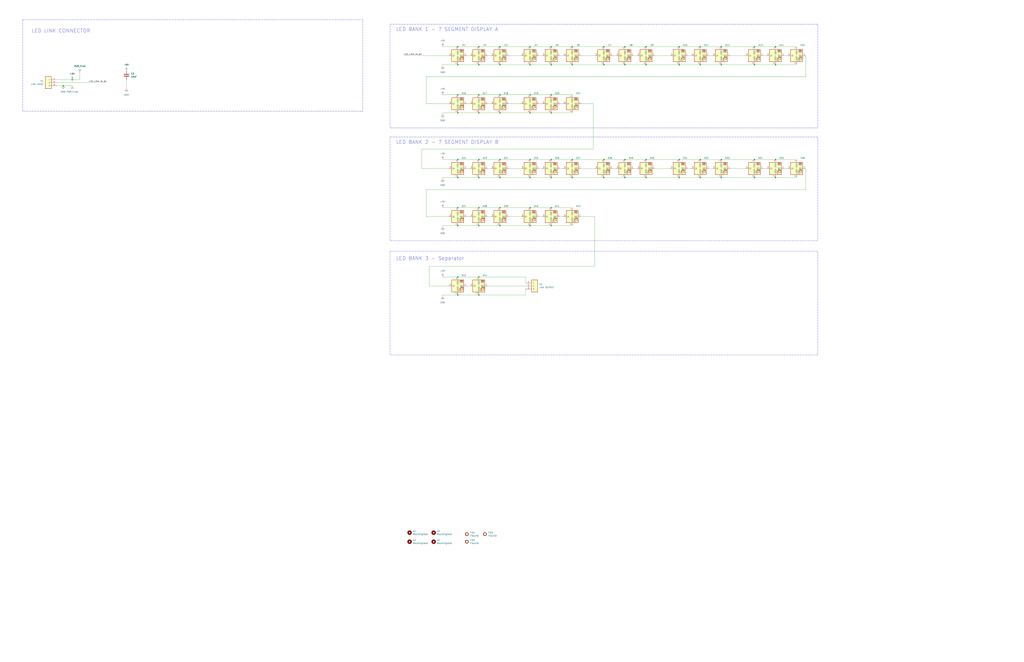
<source format=kicad_sch>
(kicad_sch (version 20231120) (generator "eeschema") (generator_version "8.0")
  (paper "D")
  (title_block (title "FUSE LED Board") (date "2023-10-18") (rev "2") (company "Michael Kohler"))
  (lib_symbols
    (symbol "0532610371:0532610371" (pin_names (offset 1.016))
      (property "Reference" "P" (at -2.5469 5.7304 0))
      (property "Value" "0532610371" (at -2.5455 -7.6364 0))
      (symbol "0532610371_0_0"
        (rectangle (start -2.54 -5.08) (end 2.54 5.08) (stroke (width 0.254)) (fill (type background)))
        (pin passive line (at -7.62 2.54 0) (length 5.08) (name "1") (number "1"))
        (pin passive line (at -7.62 0 0) (length 5.08) (name "2") (number "2"))
        (pin passive line (at -7.62 -2.54 0) (length 5.08) (name "3") (number "3"))
      )
    )
    (symbol "Device:C" (pin_numbers hide) (pin_names (offset 0.254))
      (property "Reference" "C" (at 0.635 2.54 0))
      (property "Value" "C" (at 0.635 -2.54 0))
      (symbol "C_0_1"
        (polyline (pts (xy -2.032 -0.762) (xy 2.032 -0.762)) (stroke (width 0.508)))
        (polyline (pts (xy -2.032 0.762) (xy 2.032 0.762)) (stroke (width 0.508)))
      )
      (symbol "C_1_1"
        (pin passive line (at 0 3.81 270) (length 2.794) (name "~") (number "1"))
        (pin passive line (at 0 -3.81 90) (length 2.794) (name "~") (number "2"))
      )
    )
    (symbol "LED:WS2812NanoMK"
      (property "Reference" "D" (at 6.604 6.858 0))
      (symbol "WS2812NanoMK_0_0"
        (text "RGB" (at 3.429 -1.397 0) (effects (font (size 0.762 0.762))))
      )
      (symbol "WS2812NanoMK_0_1"
        (polyline (pts (xy 1.016 -2.032) (xy 3.048 -2.032)))
        (polyline (pts (xy 4.445 -3.048) (xy 3.937 -3.048)))
        (polyline (pts (xy 4.445 -2.032) (xy 3.937 -2.032)))
        (polyline (pts (xy 2.032 -4.572) (xy 2.032 -2.032) (xy 2.032 -1.524)))
        (polyline (pts (xy 3.429 -4.064) (xy 4.445 -3.048) (xy 4.445 -3.556)))
        (polyline (pts (xy 3.429 -3.048) (xy 4.445 -2.032) (xy 4.445 -2.54)))
        (polyline (pts (xy 1.016 -4.064) (xy 3.048 -4.064) (xy 2.032 -2.032) (xy 1.016 -4.064)))
        (rectangle (start 5.08 -5.08) (end -5.08 5.08) (stroke (width 0.254)) (fill (type background)))
      )
      (symbol "WS2812NanoMK_1_1"
        (text "2020\nNANO" (at 3.048 3.81 0) (effects (font (size 0.7 0.7))))
        (pin output line (at 7.62 0 180) (length 2.54) (name "DO") (number "1"))
        (pin passive line (at 0 -7.62 90) (length 2.54) (name "GND") (number "2"))
        (pin input line (at -7.62 0 0) (length 2.54) (name "DI") (number "3"))
        (pin power_in line (at 0 7.62 270) (length 2.54) (name "VDD") (number "4"))
      )
    )
    (symbol "Mechanical:Fiducial"
      (property "Reference" "FID" (at 0 5.08 0))
      (property "Value" "Fiducial" (at 0 3.175 0))
      (symbol "Fiducial_0_1"
        (circle (center 0 0) (radius 1.27) (stroke (width 0.508)) (fill (type background)))
      )
    )
    (symbol "Mechanical:MountingHole" (pin_names (offset 1.016))
      (property "Reference" "H" (at 0 5.08 0))
      (property "Value" "MountingHole" (at 0 3.175 0))
      (symbol "MountingHole_0_1"
        (circle (center 0 0) (radius 1.27) (stroke (width 1.27)))
      )
    )
    (symbol "power:+5V" (power) (pin_names (offset 0))
      (property "Value" "+5V" (at 0 3.556 0))
      (symbol "+5V_0_1"
        (polyline (pts (xy -0.762 1.27) (xy 0 2.54)))
        (polyline (pts (xy 0 0) (xy 0 2.54)))
        (polyline (pts (xy 0 2.54) (xy 0.762 1.27)))
      )
      (symbol "+5V_1_1"
        (pin power_in line (at 0 0 90) (length 0) hide (name "+5V") (number "1"))
      )
    )
    (symbol "power:GND" (power) (pin_names (offset 0))
      (property "Value" "GND" (at 0 -3.81 0))
      (symbol "GND_0_1"
        (polyline (pts (xy 0 0) (xy 0 -1.27) (xy 1.27 -1.27) (xy 0 -2.54) (xy -1.27 -1.27) (xy 0 -1.27)))
      )
      (symbol "GND_1_1"
        (pin power_in line (at 0 0 270) (length 0) hide (name "GND") (number "1"))
      )
    )
    (symbol "power:PWR_FLAG" (power) (pin_numbers hide) (pin_names (offset 0) hide)
      (property "Value" "PWR_FLAG" (at 0 3.81 0))
      (symbol "PWR_FLAG_0_0"
        (pin power_out line (at 0 0 90) (length 0) (name "pwr") (number "1"))
      )
      (symbol "PWR_FLAG_0_1"
        (polyline (pts (xy 0 0) (xy 0 1.27) (xy -1.016 1.905) (xy 0 2.54) (xy 1.016 1.905) (xy 0 1.27)))
      )
    )
  )
  (junction (at 572.77 54.61))
  (junction (at 403.86 54.61))
  (junction (at 464.82 80.01))
  (junction (at 590.55 134.62))
  (junction (at 403.86 149.86))
  (junction (at 509.27 149.86))
  (junction (at 386.08 95.25))
  (junction (at 386.08 134.62))
  (junction (at 527.05 54.61))
  (junction (at 482.6 149.86))
  (junction (at 403.86 80.01))
  (junction (at 608.33 39.37))
  (junction (at 544.83 39.37))
  (junction (at 636.27 39.37))
  (junction (at 421.64 190.5))
  (junction (at 572.77 149.86))
  (junction (at 544.83 149.86))
  (junction (at 464.82 149.86))
  (junction (at 403.86 39.37))
  (junction (at 421.64 149.86))
  (junction (at 421.64 175.26))
  (junction (at 386.08 54.61))
  (junction (at 654.05 39.37))
  (junction (at 421.64 39.37))
  (junction (at 386.08 248.92))
  (junction (at 447.04 190.5))
  (junction (at 482.6 134.62))
  (junction (at 403.86 95.25))
  (junction (at 447.04 39.37))
  (junction (at 386.08 175.26))
  (junction (at 482.6 54.61))
  (junction (at 509.27 39.37))
  (junction (at 447.04 175.26))
  (junction (at 527.05 134.62))
  (junction (at 590.55 54.61))
  (junction (at 654.05 149.86))
  (junction (at 464.82 54.61))
  (junction (at 509.27 54.61))
  (junction (at 447.04 95.25))
  (junction (at 464.82 39.37))
  (junction (at 403.86 190.5))
  (junction (at 403.86 248.92))
  (junction (at 421.64 80.01))
  (junction (at 590.55 39.37))
  (junction (at 60.96 67.31))
  (junction (at 464.82 95.25))
  (junction (at 636.27 149.86))
  (junction (at 527.05 39.37))
  (junction (at 654.05 134.62))
  (junction (at 386.08 39.37))
  (junction (at 464.82 190.5))
  (junction (at 590.55 149.86))
  (junction (at 608.33 54.61))
  (junction (at 386.08 233.68))
  (junction (at 464.82 175.26))
  (junction (at 544.83 54.61))
  (junction (at 509.27 134.62))
  (junction (at 421.64 54.61))
  (junction (at 386.08 190.5))
  (junction (at 386.08 149.86))
  (junction (at 544.83 134.62))
  (junction (at 527.05 149.86))
  (junction (at 403.86 134.62))
  (junction (at 636.27 54.61))
  (junction (at 53.34 72.39))
  (junction (at 386.08 80.01))
  (junction (at 447.04 149.86))
  (junction (at 636.27 134.62))
  (junction (at 447.04 134.62))
  (junction (at 572.77 39.37))
  (junction (at 447.04 54.61))
  (junction (at 447.04 80.01))
  (junction (at 654.05 54.61))
  (junction (at 403.86 175.26))
  (junction (at 403.86 233.68))
  (junction (at 482.6 39.37))
  (junction (at 421.64 95.25))
  (junction (at 608.33 134.62))
  (junction (at 608.33 149.86))
  (junction (at 464.82 134.62))
  (junction (at 572.77 134.62))
  (junction (at 421.64 134.62))
  (wire (pts (xy 615.95 46.99) (xy 628.65 46.99)))
  (wire (pts (xy 454.66 182.88) (xy 457.2 182.88)))
  (wire (pts (xy 654.05 39.37) (xy 671.83 39.37)))
  (wire (pts (xy 421.64 149.86) (xy 447.04 149.86)))
  (wire (pts (xy 443.23 233.68) (xy 443.23 238.76)))
  (wire (pts (xy 454.66 87.63) (xy 457.2 87.63)))
  (wire (pts (xy 598.17 46.99) (xy 600.71 46.99)))
  (wire (pts (xy 464.82 95.25) (xy 482.6 95.25)))
  (wire (pts (xy 636.27 54.61) (xy 654.05 54.61)))
  (wire (pts (xy 48.26 69.85) (xy 74.93 69.85)))
  (wire (pts (xy 386.08 134.62) (xy 403.86 134.62)))
  (wire (pts (xy 355.6 46.99) (xy 378.46 46.99)))
  (wire (pts (xy 679.45 46.99) (xy 679.45 64.77)))
  (wire (pts (xy 464.82 190.5) (xy 482.6 190.5)))
  (wire (pts (xy 572.77 39.37) (xy 590.55 39.37)))
  (wire (pts (xy 608.33 149.86) (xy 636.27 149.86)))
  (wire (pts (xy 403.86 175.26) (xy 421.64 175.26)))
  (wire (pts (xy 447.04 80.01) (xy 464.82 80.01)))
  (wire (pts (xy 447.04 190.5) (xy 464.82 190.5)))
  (wire (pts (xy 590.55 39.37) (xy 608.33 39.37)))
  (wire (pts (xy 516.89 142.24) (xy 519.43 142.24)))
  (wire (pts (xy 386.08 175.26) (xy 403.86 175.26)))
  (wire (pts (xy 615.95 142.24) (xy 628.65 142.24)))
  (wire (pts (xy 373.38 151.13) (xy 373.38 149.86)))
  (wire (pts (xy 643.89 142.24) (xy 646.43 142.24)))
  (wire (pts (xy 454.66 46.99) (xy 457.2 46.99)))
  (wire (pts (xy 608.33 134.62) (xy 636.27 134.62)))
  (wire (pts (xy 490.22 46.99) (xy 501.65 46.99)))
  (wire (pts (xy 598.17 142.24) (xy 600.71 142.24)))
  (wire (pts (xy 572.77 149.86) (xy 590.55 149.86)))
  (wire (pts (xy 482.6 54.61) (xy 509.27 54.61)))
  (wire (pts (xy 355.6 142.24) (xy 378.46 142.24)))
  (wire (pts (xy 403.86 190.5) (xy 421.64 190.5)))
  (wire (pts (xy 472.44 46.99) (xy 474.98 46.99)))
  (wire (pts (xy 572.77 54.61) (xy 590.55 54.61)))
  (wire (pts (xy 544.83 149.86) (xy 572.77 149.86)))
  (wire (pts (xy 403.86 149.86) (xy 421.64 149.86)))
  (wire (pts (xy 373.38 134.62) (xy 386.08 134.62)))
  (wire (pts (xy 464.82 39.37) (xy 482.6 39.37)))
  (wire (pts (xy 48.26 72.39) (xy 53.34 72.39)))
  (wire (pts (xy 48.26 67.31) (xy 60.96 67.31)))
  (wire (pts (xy 359.41 160.02) (xy 359.41 182.88)))
  (wire (pts (xy 421.64 190.5) (xy 447.04 190.5)))
  (wire (pts (xy 393.7 46.99) (xy 396.24 46.99)))
  (wire (pts (xy 490.22 87.63) (xy 500.38 87.63)))
  (wire (pts (xy 411.48 241.3) (xy 443.23 241.3)))
  (wire (pts (xy 359.41 182.88) (xy 378.46 182.88)))
  (wire (pts (xy 654.05 54.61) (xy 671.83 54.61)))
  (wire (pts (xy 373.38 54.61) (xy 386.08 54.61)))
  (wire (pts (xy 359.41 87.63) (xy 378.46 87.63)))
  (wire (pts (xy 411.48 87.63) (xy 414.02 87.63)))
  (wire (pts (xy 590.55 54.61) (xy 608.33 54.61)))
  (wire (pts (xy 464.82 175.26) (xy 482.6 175.26)))
  (wire (pts (xy 572.77 134.62) (xy 590.55 134.62)))
  (wire (pts (xy 679.45 142.24) (xy 679.45 160.02)))
  (wire (pts (xy 403.86 248.92) (xy 443.23 248.92)))
  (wire (pts (xy 490.22 182.88) (xy 501.65 182.88)))
  (wire (pts (xy 516.89 46.99) (xy 519.43 46.99)))
  (wire (pts (xy 403.86 95.25) (xy 421.64 95.25)))
  (wire (pts (xy 527.05 149.86) (xy 544.83 149.86)))
  (wire (pts (xy 386.08 149.86) (xy 403.86 149.86)))
  (wire (pts (xy 411.48 182.88) (xy 414.02 182.88)))
  (wire (pts (xy 429.26 46.99) (xy 439.42 46.99)))
  (wire (pts (xy 527.05 134.62) (xy 544.83 134.62)))
  (wire (pts (xy 654.05 149.86) (xy 671.83 149.86)))
  (wire (pts (xy 429.26 87.63) (xy 439.42 87.63)))
  (wire (pts (xy 580.39 46.99) (xy 582.93 46.99)))
  (wire (pts (xy 534.67 142.24) (xy 537.21 142.24)))
  (wire (pts (xy 509.27 39.37) (xy 527.05 39.37)))
  (wire (pts (xy 355.6 125.73) (xy 355.6 142.24)))
  (wire (pts (xy 544.83 39.37) (xy 572.77 39.37)))
  (wire (pts (xy 501.65 224.79) (xy 361.95 224.79)))
  (wire (pts (xy 472.44 142.24) (xy 474.98 142.24)))
  (wire (pts (xy 403.86 80.01) (xy 421.64 80.01)))
  (wire (pts (xy 386.08 39.37) (xy 403.86 39.37)))
  (wire (pts (xy 67.31 67.31) (xy 60.96 67.31)))
  (wire (pts (xy 403.86 134.62) (xy 421.64 134.62)))
  (wire (pts (xy 500.38 87.63) (xy 500.38 125.73)))
  (wire (pts (xy 373.38 175.26) (xy 386.08 175.26)))
  (wire (pts (xy 509.27 149.86) (xy 527.05 149.86)))
  (wire (pts (xy 654.05 134.62) (xy 671.83 134.62)))
  (wire (pts (xy 386.08 248.92) (xy 403.86 248.92)))
  (wire (pts (xy 490.22 142.24) (xy 501.65 142.24)))
  (wire (pts (xy 509.27 134.62) (xy 527.05 134.62)))
  (wire (pts (xy 386.08 80.01) (xy 403.86 80.01)))
  (wire (pts (xy 373.38 55.88) (xy 373.38 54.61)))
  (wire (pts (xy 403.86 233.68) (xy 443.23 233.68)))
  (wire (pts (xy 411.48 46.99) (xy 414.02 46.99)))
  (wire (pts (xy 608.33 54.61) (xy 636.27 54.61)))
  (wire (pts (xy 482.6 134.62) (xy 509.27 134.62)))
  (wire (pts (xy 421.64 54.61) (xy 447.04 54.61)))
  (wire (pts (xy 386.08 54.61) (xy 403.86 54.61)))
  (wire (pts (xy 590.55 134.62) (xy 608.33 134.62)))
  (wire (pts (xy 447.04 54.61) (xy 464.82 54.61)))
  (wire (pts (xy 661.67 46.99) (xy 664.21 46.99)))
  (wire (pts (xy 447.04 95.25) (xy 464.82 95.25)))
  (wire (pts (xy 464.82 149.86) (xy 482.6 149.86)))
  (wire (pts (xy 386.08 95.25) (xy 403.86 95.25)))
  (wire (pts (xy 500.38 125.73) (xy 355.6 125.73)))
  (wire (pts (xy 447.04 39.37) (xy 464.82 39.37)))
  (wire (pts (xy 53.34 72.39) (xy 60.96 72.39)))
  (wire (pts (xy 527.05 39.37) (xy 544.83 39.37)))
  (wire (pts (xy 447.04 175.26) (xy 464.82 175.26)))
  (wire (pts (xy 679.45 160.02) (xy 359.41 160.02)))
  (wire (pts (xy 472.44 87.63) (xy 474.98 87.63)))
  (wire (pts (xy 361.95 241.3) (xy 378.46 241.3)))
  (wire (pts (xy 411.48 142.24) (xy 414.02 142.24)))
  (wire (pts (xy 361.95 224.79) (xy 361.95 241.3)))
  (wire (pts (xy 636.27 134.62) (xy 654.05 134.62)))
  (wire (pts (xy 472.44 182.88) (xy 474.98 182.88)))
  (wire (pts (xy 386.08 190.5) (xy 403.86 190.5)))
  (wire (pts (xy 643.89 46.99) (xy 646.43 46.99)))
  (wire (pts (xy 373.38 233.68) (xy 386.08 233.68)))
  (wire (pts (xy 386.08 233.68) (xy 403.86 233.68)))
  (wire (pts (xy 552.45 46.99) (xy 565.15 46.99)))
  (wire (pts (xy 373.38 80.01) (xy 386.08 80.01)))
  (wire (pts (xy 679.45 64.77) (xy 359.41 64.77)))
  (wire (pts (xy 464.82 54.61) (xy 482.6 54.61)))
  (wire (pts (xy 447.04 134.62) (xy 464.82 134.62)))
  (wire (pts (xy 393.7 87.63) (xy 396.24 87.63)))
  (wire (pts (xy 67.31 60.96) (xy 67.31 67.31)))
  (wire (pts (xy 544.83 134.62) (xy 572.77 134.62)))
  (wire (pts (xy 393.7 142.24) (xy 396.24 142.24)))
  (wire (pts (xy 534.67 46.99) (xy 537.21 46.99)))
  (wire (pts (xy 527.05 54.61) (xy 544.83 54.61)))
  (wire (pts (xy 552.45 142.24) (xy 565.15 142.24)))
  (wire (pts (xy 608.33 39.37) (xy 636.27 39.37)))
  (wire (pts (xy 421.64 39.37) (xy 447.04 39.37)))
  (wire (pts (xy 636.27 149.86) (xy 654.05 149.86)))
  (wire (pts (xy 421.64 175.26) (xy 447.04 175.26)))
  (wire (pts (xy 447.04 149.86) (xy 464.82 149.86)))
  (wire (pts (xy 544.83 54.61) (xy 572.77 54.61)))
  (wire (pts (xy 421.64 95.25) (xy 447.04 95.25)))
  (wire (pts (xy 464.82 134.62) (xy 482.6 134.62)))
  (wire (pts (xy 373.38 248.92) (xy 373.38 250.19)))
  (wire (pts (xy 373.38 191.77) (xy 373.38 190.5)))
  (wire (pts (xy 403.86 54.61) (xy 421.64 54.61)))
  (wire (pts (xy 464.82 80.01) (xy 482.6 80.01)))
  (wire (pts (xy 482.6 39.37) (xy 509.27 39.37)))
  (wire (pts (xy 373.38 248.92) (xy 386.08 248.92)))
  (wire (pts (xy 403.86 39.37) (xy 421.64 39.37)))
  (wire (pts (xy 106.68 67.31) (xy 106.68 74.93)))
  (wire (pts (xy 501.65 182.88) (xy 501.65 224.79)))
  (wire (pts (xy 580.39 142.24) (xy 582.93 142.24)))
  (wire (pts (xy 509.27 54.61) (xy 527.05 54.61)))
  (wire (pts (xy 661.67 142.24) (xy 664.21 142.24)))
  (wire (pts (xy 636.27 39.37) (xy 654.05 39.37)))
  (wire (pts (xy 373.38 95.25) (xy 386.08 95.25)))
  (wire (pts (xy 443.23 248.92) (xy 443.23 243.84)))
  (wire (pts (xy 393.7 182.88) (xy 396.24 182.88)))
  (wire (pts (xy 373.38 190.5) (xy 386.08 190.5)))
  (wire (pts (xy 393.7 241.3) (xy 396.24 241.3)))
  (wire (pts (xy 482.6 149.86) (xy 509.27 149.86)))
  (wire (pts (xy 373.38 96.52) (xy 373.38 95.25)))
  (wire (pts (xy 421.64 134.62) (xy 447.04 134.62)))
  (wire (pts (xy 421.64 80.01) (xy 447.04 80.01)))
  (wire (pts (xy 429.26 142.24) (xy 439.42 142.24)))
  (wire (pts (xy 429.26 182.88) (xy 439.42 182.88)))
  (wire (pts (xy 373.38 149.86) (xy 386.08 149.86)))
  (wire (pts (xy 373.38 39.37) (xy 386.08 39.37)))
  (wire (pts (xy 359.41 64.77) (xy 359.41 87.63)))
  (wire (pts (xy 590.55 149.86) (xy 608.33 149.86)))
  (wire (pts (xy 454.66 142.24) (xy 457.2 142.24)))
  (rectangle (start 328.93 212.09) (end 689.61 299.72) (stroke (width 0) (type dash)))
  (rectangle (start 328.93 115.57) (end 689.61 203.2) (stroke (width 0) (type dash)))
  (rectangle (start 328.93 20.32) (end 689.61 107.95) (stroke (width 0) (type dash)))
  (rectangle (start 19.05 16.51) (end 306.07 93.98) (stroke (width 0) (type dash)))
  (text "LED BANK 1 - 7 SEGMENT DISPLAY A\n" (at 334.01 26.67 0) (effects (font (size 3 3)) (justify left bottom)))
  (text "LED LINK CONNECTOR" (at 26.67 27.94 0) (effects (font (size 3 3)) (justify left bottom)))
  (text "LED BANK 3 - Separator\n\n" (at 334.01 224.79 0) (effects (font (size 3 3)) (justify left bottom)))
  (text "LED BANK 2 - 7 SEGMENT DISPLAY B\n" (at 334.01 121.92 0) (effects (font (size 3 3)) (justify left bottom)))
  (label "LED_LINK_IN_5V" (at 355.6 46.99 180))
  (label "LED_LINK_IN_5V" (at 74.93 69.85 0))
  (symbol (lib_id "LED:WS2812NanoMK") (at 403.86 142.24 0) (unit 1)
    (property "Reference" "D23" (at 408.94 133.35 0))
    (property "Value" "~" (at 403.86 142.24 0))
    (property "Footprint" "LED_SMDnew:LED_WS2812B-2020_PLCC4_2.0x2.0mm" (effects (hide yes)))
  )
  (symbol (lib_id "power:GND") (at 373.38 96.52 0) (unit 1)
    (property "Reference" "#PWR09" (effects (hide yes)))
    (property "Value" "GND" (at 373.38 101.6 0))
  )
  (symbol (lib_id "power:GND") (at 53.34 72.39 0) (unit 1)
    (property "Reference" "#PWR014" (effects (hide yes)))
    (property "Value" "GND" (at 53.34 77.47 0))
  )
  (symbol (lib_id "LED:WS2812NanoMK") (at 447.04 87.63 0) (unit 1)
    (property "Reference" "D19" (at 452.12 78.74 0))
    (property "Value" "~" (at 447.04 87.63 0))
    (property "Footprint" "LED_SMDnew:LED_WS2812B-2020_PLCC4_2.0x2.0mm" (effects (hide yes)))
  )
  (symbol (lib_id "Mechanical:MountingHole") (at 365.76 449.58 0) (unit 1)
    (property "Reference" "H2" (at 368.3 448.31 0) (effects (justify left)))
    (property "Value" "MountingHole" (at 368.3 450.85 0) (effects (justify left)))
    (property "Footprint" "MountingHole:MountingHole_3.2mm_M3" (effects (hide yes)))
  )
  (symbol (lib_id "LED:WS2812NanoMK") (at 464.82 182.88 0) (unit 1)
    (property "Reference" "D41" (at 469.9 173.99 0))
    (property "Value" "~" (at 464.82 182.88 0))
    (property "Footprint" "LED_SMDnew:LED_WS2812B-2020_PLCC4_2.0x2.0mm" (effects (hide yes)))
  )
  (symbol (lib_id "LED:WS2812NanoMK") (at 464.82 46.99 0) (unit 1)
    (property "Reference" "D5" (at 469.9 38.1 0))
    (property "Value" "~" (at 464.82 46.99 0))
    (property "Footprint" "LED_SMDnew:LED_WS2812B-2020_PLCC4_2.0x2.0mm" (effects (hide yes)))
  )
  (symbol (lib_id "LED:WS2812NanoMK") (at 447.04 46.99 0) (unit 1)
    (property "Reference" "D4" (at 452.12 38.1 0))
    (property "Value" "~" (at 447.04 46.99 0))
    (property "Footprint" "LED_SMDnew:LED_WS2812B-2020_PLCC4_2.0x2.0mm" (effects (hide yes)))
  )
  (symbol (lib_id "LED:WS2812NanoMK") (at 421.64 142.24 0) (unit 1)
    (property "Reference" "D24" (at 426.72 133.35 0))
    (property "Value" "~" (at 421.64 142.24 0))
    (property "Footprint" "LED_SMDnew:LED_WS2812B-2020_PLCC4_2.0x2.0mm" (effects (hide yes)))
  )
  (symbol (lib_id "LED:WS2812NanoMK") (at 482.6 87.63 0) (unit 1)
    (property "Reference" "D21" (at 487.68 78.74 0))
    (property "Value" "~" (at 482.6 87.63 0))
    (property "Footprint" "LED_SMDnew:LED_WS2812B-2020_PLCC4_2.0x2.0mm" (effects (hide yes)))
  )
  (symbol (lib_id "Mechanical:Fiducial") (at 393.7 457.2 0) (unit 1)
    (property "Reference" "FID2" (at 396.24 455.93 0) (effects (justify left)))
    (property "Value" "Fiducial" (at 396.24 458.47 0) (effects (justify left)))
    (property "Footprint" "Fiducial:Fiducial_1mm_Mask2mm" (effects (hide yes)))
  )
  (symbol (lib_id "LED:WS2812NanoMK") (at 671.83 142.24 0) (unit 1)
    (property "Reference" "D36" (at 676.91 133.35 0))
    (property "Value" "~" (at 671.83 142.24 0))
    (property "Footprint" "LED_SMDnew:LED_WS2812B-2020_PLCC4_2.0x2.0mm" (effects (hide yes)))
  )
  (symbol (lib_id "LED:WS2812NanoMK") (at 386.08 46.99 0) (unit 1)
    (property "Reference" "D1" (at 391.16 38.1 0))
    (property "Value" "~" (at 386.08 46.99 0))
    (property "Footprint" "LED_SMDnew:LED_WS2812B-2020_PLCC4_2.0x2.0mm" (effects (hide yes)))
  )
  (symbol (lib_id "LED:WS2812NanoMK") (at 654.05 142.24 0) (unit 1)
    (property "Reference" "D35" (at 659.13 133.35 0))
    (property "Value" "~" (at 654.05 142.24 0))
    (property "Footprint" "LED_SMDnew:LED_WS2812B-2020_PLCC4_2.0x2.0mm" (effects (hide yes)))
  )
  (symbol (lib_id "LED:WS2812NanoMK") (at 386.08 241.3 0) (unit 1)
    (property "Reference" "D43" (at 391.16 232.41 0))
    (property "Value" "~" (at 386.08 241.3 0))
    (property "Footprint" "LED_SMDnew:LED_WS2812B-2020_PLCC4_2.0x2.0mm" (effects (hide yes)))
  )
  (symbol (lib_id "power:GND") (at 106.68 74.93 0) (unit 1)
    (property "Reference" "#PWR011" (effects (hide yes)))
    (property "Value" "GND" (at 106.68 80.01 0))
  )
  (symbol (lib_id "LED:WS2812NanoMK") (at 464.82 142.24 0) (unit 1)
    (property "Reference" "D26" (at 469.9 133.35 0))
    (property "Value" "~" (at 464.82 142.24 0))
    (property "Footprint" "LED_SMDnew:LED_WS2812B-2020_PLCC4_2.0x2.0mm" (effects (hide yes)))
  )
  (symbol (lib_id "power:PWR_FLAG") (at 60.96 72.39 180) (unit 1)
    (property "Reference" "#FLG02" (effects (hide yes)))
    (property "Value" "PWR_FLAG" (at 60.96 77.47 0))
  )
  (symbol (lib_id "power:+5V") (at 373.38 134.62 0) (unit 1)
    (property "Reference" "#PWR02" (effects (hide yes)))
    (property "Value" "+5V" (at 373.38 129.54 0))
  )
  (symbol (lib_id "LED:WS2812NanoMK") (at 608.33 142.24 0) (unit 1)
    (property "Reference" "D33" (at 613.41 133.35 0))
    (property "Value" "~" (at 608.33 142.24 0))
    (property "Footprint" "LED_SMDnew:LED_WS2812B-2020_PLCC4_2.0x2.0mm" (effects (hide yes)))
  )
  (symbol (lib_id "LED:WS2812NanoMK") (at 636.27 142.24 0) (unit 1)
    (property "Reference" "D34" (at 641.35 133.35 0))
    (property "Value" "~" (at 636.27 142.24 0))
    (property "Footprint" "LED_SMDnew:LED_WS2812B-2020_PLCC4_2.0x2.0mm" (effects (hide yes)))
  )
  (symbol (lib_id "power:PWR_FLAG") (at 67.31 60.96 0) (unit 1)
    (property "Reference" "#FLG01" (effects (hide yes)))
    (property "Value" "PWR_FLAG" (at 67.31 55.88 0))
  )
  (symbol (lib_id "LED:WS2812NanoMK") (at 608.33 46.99 0) (unit 1)
    (property "Reference" "D12" (at 613.41 38.1 0))
    (property "Value" "~" (at 608.33 46.99 0))
    (property "Footprint" "LED_SMDnew:LED_WS2812B-2020_PLCC4_2.0x2.0mm" (effects (hide yes)))
  )
  (symbol (lib_id "power:+5V") (at 373.38 233.68 0) (unit 1)
    (property "Reference" "#PWR07" (effects (hide yes)))
    (property "Value" "+5V" (at 373.38 228.6 0))
  )
  (symbol (lib_id "LED:WS2812NanoMK") (at 636.27 46.99 0) (unit 1)
    (property "Reference" "D13" (at 641.35 38.1 0))
    (property "Value" "~" (at 636.27 46.99 0))
    (property "Footprint" "LED_SMDnew:LED_WS2812B-2020_PLCC4_2.0x2.0mm" (effects (hide yes)))
  )
  (symbol (lib_id "LED:WS2812NanoMK") (at 403.86 87.63 0) (unit 1)
    (property "Reference" "D17" (at 408.94 78.74 0))
    (property "Value" "~" (at 403.86 87.63 0))
    (property "Footprint" "LED_SMDnew:LED_WS2812B-2020_PLCC4_2.0x2.0mm" (effects (hide yes)))
  )
  (symbol (lib_id "LED:WS2812NanoMK") (at 482.6 182.88 0) (unit 1)
    (property "Reference" "D42" (at 487.68 173.99 0))
    (property "Value" "~" (at 482.6 182.88 0))
    (property "Footprint" "LED_SMDnew:LED_WS2812B-2020_PLCC4_2.0x2.0mm" (effects (hide yes)))
  )
  (symbol (lib_id "power:GND") (at 373.38 55.88 0) (unit 1)
    (property "Reference" "#PWR025" (effects (hide yes)))
    (property "Value" "GND" (at 373.38 60.96 0))
  )
  (symbol (lib_id "LED:WS2812NanoMK") (at 527.05 46.99 0) (unit 1)
    (property "Reference" "D8" (at 532.13 38.1 0))
    (property "Value" "~" (at 527.05 46.99 0))
    (property "Footprint" "LED_SMDnew:LED_WS2812B-2020_PLCC4_2.0x2.0mm" (effects (hide yes)))
  )
  (symbol (lib_id "LED:WS2812NanoMK") (at 386.08 87.63 0) (unit 1)
    (property "Reference" "D16" (at 391.16 78.74 0))
    (property "Value" "~" (at 386.08 87.63 0))
    (property "Footprint" "LED_SMDnew:LED_WS2812B-2020_PLCC4_2.0x2.0mm" (effects (hide yes)))
  )
  (symbol (lib_id "LED:WS2812NanoMK") (at 572.77 46.99 0) (unit 1)
    (property "Reference" "D10" (at 577.85 38.1 0))
    (property "Value" "~" (at 572.77 46.99 0))
    (property "Footprint" "LED_SMDnew:LED_WS2812B-2020_PLCC4_2.0x2.0mm" (effects (hide yes)))
  )
  (symbol (lib_id "LED:WS2812NanoMK") (at 386.08 182.88 0) (unit 1)
    (property "Reference" "D37" (at 391.16 173.99 0))
    (property "Value" "~" (at 386.08 182.88 0))
    (property "Footprint" "LED_SMDnew:LED_WS2812B-2020_PLCC4_2.0x2.0mm" (effects (hide yes)))
  )
  (symbol (lib_id "0532610371:0532610371") (at 40.64 69.85 0) (mirror y) (unit 1)
    (property "Reference" "P1" (at 36.83 68.58 0) (effects (justify left)))
    (property "Value" "LINK INPUT" (at 36.83 71.12 0) (effects (justify left)))
    (property "Footprint" "Connector_PinHeader_2.54mm:PinHeader_1x03_P2.54mm_Horizontal" (effects (hide yes)))
    (property "MANUFACTURER" "Molex" (effects (hide yes)))
  )
  (symbol (lib_id "power:+5V") (at 106.68 59.69 0) (unit 1)
    (property "Reference" "#PWR012" (effects (hide yes)))
    (property "Value" "+5V" (at 106.68 54.61 0))
  )
  (symbol (lib_id "LED:WS2812NanoMK") (at 403.86 182.88 0) (unit 1)
    (property "Reference" "D38" (at 408.94 173.99 0))
    (property "Value" "~" (at 403.86 182.88 0))
    (property "Footprint" "LED_SMDnew:LED_WS2812B-2020_PLCC4_2.0x2.0mm" (effects (hide yes)))
  )
  (symbol (lib_id "LED:WS2812NanoMK") (at 544.83 142.24 0) (unit 1)
    (property "Reference" "D30" (at 549.91 133.35 0))
    (property "Value" "~" (at 544.83 142.24 0))
    (property "Footprint" "LED_SMDnew:LED_WS2812B-2020_PLCC4_2.0x2.0mm" (effects (hide yes)))
  )
  (symbol (lib_id "power:GND") (at 373.38 250.19 0) (unit 1)
    (property "Reference" "#PWR08" (effects (hide yes)))
    (property "Value" "GND" (at 373.38 255.27 0))
  )
  (symbol (lib_id "Device:C") (at 106.68 63.5 0) (unit 1)
    (property "Reference" "C3" (at 110.49 62.23 0) (effects (justify left)))
    (property "Value" "10uF" (at 110.49 64.77 0) (effects (justify left)))
    (property "Footprint" "Capacitor_SMD:C_0805_2012Metric_Pad1.18x1.45mm_HandSolder" (effects (hide yes)))
  )
  (symbol (lib_id "LED:WS2812NanoMK") (at 403.86 46.99 0) (unit 1)
    (property "Reference" "D2" (at 408.94 38.1 0))
    (property "Value" "~" (at 403.86 46.99 0))
    (property "Footprint" "LED_SMDnew:LED_WS2812B-2020_PLCC4_2.0x2.0mm" (effects (hide yes)))
  )
  (symbol (lib_id "power:GND") (at 373.38 151.13 0) (unit 1)
    (property "Reference" "#PWR03" (effects (hide yes)))
    (property "Value" "GND" (at 373.38 156.21 0))
  )
  (symbol (lib_id "LED:WS2812NanoMK") (at 403.86 241.3 0) (unit 1)
    (property "Reference" "D44" (at 408.94 232.41 0))
    (property "Value" "~" (at 403.86 241.3 0))
    (property "Footprint" "LED_SMDnew:LED_WS2812B-2020_PLCC4_2.0x2.0mm" (effects (hide yes)))
  )
  (symbol (lib_id "LED:WS2812NanoMK") (at 671.83 46.99 0) (unit 1)
    (property "Reference" "D15" (at 676.91 38.1 0))
    (property "Value" "~" (at 671.83 46.99 0))
    (property "Footprint" "LED_SMDnew:LED_WS2812B-2020_PLCC4_2.0x2.0mm" (effects (hide yes)))
  )
  (symbol (lib_id "LED:WS2812NanoMK") (at 590.55 142.24 0) (unit 1)
    (property "Reference" "D32" (at 595.63 133.35 0))
    (property "Value" "~" (at 590.55 142.24 0))
    (property "Footprint" "LED_SMDnew:LED_WS2812B-2020_PLCC4_2.0x2.0mm" (effects (hide yes)))
  )
  (symbol (lib_id "power:+5V") (at 373.38 80.01 0) (unit 1)
    (property "Reference" "#PWR01" (effects (hide yes)))
    (property "Value" "+5V" (at 373.38 74.93 0))
  )
  (symbol (lib_id "LED:WS2812NanoMK") (at 386.08 142.24 0) (unit 1)
    (property "Reference" "D22" (at 391.16 133.35 0))
    (property "Value" "~" (at 386.08 142.24 0))
    (property "Footprint" "LED_SMDnew:LED_WS2812B-2020_PLCC4_2.0x2.0mm" (effects (hide yes)))
  )
  (symbol (lib_id "0532610371:0532610371") (at 450.85 241.3 0) (unit 1)
    (property "Reference" "P2" (at 454.66 240.03 0) (effects (justify left)))
    (property "Value" "LINK OUTPUT" (at 454.66 242.57 0) (effects (justify left)))
    (property "Footprint" "Connector_PinSocket_2.54mm:PinSocket_1x03_P2.54mm_Horizontal" (effects (hide yes)))
    (property "MANUFACTURER" "Molex" (effects (hide yes)))
  )
  (symbol (lib_id "LED:WS2812NanoMK") (at 590.55 46.99 0) (unit 1)
    (property "Reference" "D11" (at 595.63 38.1 0))
    (property "Value" "~" (at 590.55 46.99 0))
    (property "Footprint" "LED_SMDnew:LED_WS2812B-2020_PLCC4_2.0x2.0mm" (effects (hide yes)))
  )
  (symbol (lib_id "Mechanical:Fiducial") (at 408.94 450.85 0) (unit 1)
    (property "Reference" "FID3" (at 411.48 449.58 0) (effects (justify left)))
    (property "Value" "Fiducial" (at 411.48 452.12 0) (effects (justify left)))
    (property "Footprint" "Fiducial:Fiducial_1mm_Mask2mm" (effects (hide yes)))
  )
  (symbol (lib_id "LED:WS2812NanoMK") (at 544.83 46.99 0) (unit 1)
    (property "Reference" "D9" (at 549.91 38.1 0))
    (property "Value" "~" (at 544.83 46.99 0))
    (property "Footprint" "LED_SMDnew:LED_WS2812B-2020_PLCC4_2.0x2.0mm" (effects (hide yes)))
  )
  (symbol (lib_id "LED:WS2812NanoMK") (at 421.64 46.99 0) (unit 1)
    (property "Reference" "D3" (at 426.72 38.1 0))
    (property "Value" "~" (at 421.64 46.99 0))
    (property "Footprint" "LED_SMDnew:LED_WS2812B-2020_PLCC4_2.0x2.0mm" (effects (hide yes)))
  )
  (symbol (lib_id "LED:WS2812NanoMK") (at 421.64 87.63 0) (unit 1)
    (property "Reference" "D18" (at 426.72 78.74 0))
    (property "Value" "~" (at 421.64 87.63 0))
    (property "Footprint" "LED_SMDnew:LED_WS2812B-2020_PLCC4_2.0x2.0mm" (effects (hide yes)))
  )
  (symbol (lib_id "LED:WS2812NanoMK") (at 654.05 46.99 0) (unit 1)
    (property "Reference" "D14" (at 659.13 38.1 0))
    (property "Value" "~" (at 654.05 46.99 0))
    (property "Footprint" "LED_SMDnew:LED_WS2812B-2020_PLCC4_2.0x2.0mm" (effects (hide yes)))
  )
  (symbol (lib_id "LED:WS2812NanoMK") (at 447.04 182.88 0) (unit 1)
    (property "Reference" "D40" (at 452.12 173.99 0))
    (property "Value" "~" (at 447.04 182.88 0))
    (property "Footprint" "LED_SMDnew:LED_WS2812B-2020_PLCC4_2.0x2.0mm" (effects (hide yes)))
  )
  (symbol (lib_id "LED:WS2812NanoMK") (at 527.05 142.24 0) (unit 1)
    (property "Reference" "D29" (at 532.13 133.35 0))
    (property "Value" "~" (at 527.05 142.24 0))
    (property "Footprint" "LED_SMDnew:LED_WS2812B-2020_PLCC4_2.0x2.0mm" (effects (hide yes)))
  )
  (symbol (lib_id "LED:WS2812NanoMK") (at 421.64 182.88 0) (unit 1)
    (property "Reference" "D39" (at 426.72 173.99 0))
    (property "Value" "~" (at 421.64 182.88 0))
    (property "Footprint" "LED_SMDnew:LED_WS2812B-2020_PLCC4_2.0x2.0mm" (effects (hide yes)))
  )
  (symbol (lib_id "LED:WS2812NanoMK") (at 572.77 142.24 0) (unit 1)
    (property "Reference" "D31" (at 577.85 133.35 0))
    (property "Value" "~" (at 572.77 142.24 0))
    (property "Footprint" "LED_SMDnew:LED_WS2812B-2020_PLCC4_2.0x2.0mm" (effects (hide yes)))
  )
  (symbol (lib_id "LED:WS2812NanoMK") (at 482.6 142.24 0) (unit 1)
    (property "Reference" "D27" (at 487.68 133.35 0))
    (property "Value" "~" (at 482.6 142.24 0))
    (property "Footprint" "LED_SMDnew:LED_WS2812B-2020_PLCC4_2.0x2.0mm" (effects (hide yes)))
  )
  (symbol (lib_id "LED:WS2812NanoMK") (at 509.27 46.99 0) (unit 1)
    (property "Reference" "D7" (at 514.35 38.1 0))
    (property "Value" "~" (at 509.27 46.99 0))
    (property "Footprint" "LED_SMDnew:LED_WS2812B-2020_PLCC4_2.0x2.0mm" (effects (hide yes)))
  )
  (symbol (lib_id "Mechanical:MountingHole") (at 365.76 457.2 0) (unit 1)
    (property "Reference" "H4" (at 368.3 455.93 0) (effects (justify left)))
    (property "Value" "MountingHole" (at 368.3 458.47 0) (effects (justify left)))
    (property "Footprint" "MountingHole:MountingHole_3.2mm_M3" (effects (hide yes)))
  )
  (symbol (lib_id "Mechanical:Fiducial") (at 393.7 450.85 0) (unit 1)
    (property "Reference" "FID1" (at 396.24 449.58 0) (effects (justify left)))
    (property "Value" "Fiducial" (at 396.24 452.12 0) (effects (justify left)))
    (property "Footprint" "Fiducial:Fiducial_1mm_Mask2mm" (effects (hide yes)))
  )
  (symbol (lib_id "power:+5V") (at 373.38 39.37 0) (unit 1)
    (property "Reference" "#PWR024" (effects (hide yes)))
    (property "Value" "+5V" (at 373.38 34.29 0))
  )
  (symbol (lib_id "LED:WS2812NanoMK") (at 509.27 142.24 0) (unit 1)
    (property "Reference" "D28" (at 514.35 133.35 0))
    (property "Value" "~" (at 509.27 142.24 0))
    (property "Footprint" "LED_SMDnew:LED_WS2812B-2020_PLCC4_2.0x2.0mm" (effects (hide yes)))
  )
  (symbol (lib_id "power:GND") (at 373.38 191.77 0) (unit 1)
    (property "Reference" "#PWR05" (effects (hide yes)))
    (property "Value" "GND" (at 373.38 196.85 0))
  )
  (symbol (lib_id "power:+5V") (at 60.96 67.31 0) (unit 1)
    (property "Reference" "#PWR06" (effects (hide yes)))
    (property "Value" "+5V" (at 60.96 62.23 0))
  )
  (symbol (lib_id "Mechanical:MountingHole") (at 345.44 457.2 0) (unit 1)
    (property "Reference" "H3" (at 347.98 455.93 0) (effects (justify left)))
    (property "Value" "MountingHole" (at 347.98 458.47 0) (effects (justify left)))
    (property "Footprint" "MountingHole:MountingHole_3.2mm_M3" (effects (hide yes)))
  )
  (symbol (lib_id "Mechanical:MountingHole") (at 345.44 449.58 0) (unit 1)
    (property "Reference" "H1" (at 347.98 448.31 0) (effects (justify left)))
    (property "Value" "MountingHole" (at 347.98 450.85 0) (effects (justify left)))
    (property "Footprint" "MountingHole:MountingHole_3.2mm_M3" (effects (hide yes)))
  )
  (symbol (lib_id "power:+5V") (at 373.38 175.26 0) (unit 1)
    (property "Reference" "#PWR04" (effects (hide yes)))
    (property "Value" "+5V" (at 373.38 170.18 0))
  )
  (symbol (lib_id "LED:WS2812NanoMK") (at 482.6 46.99 0) (unit 1)
    (property "Reference" "D6" (at 487.68 38.1 0))
    (property "Value" "~" (at 482.6 46.99 0))
    (property "Footprint" "LED_SMDnew:LED_WS2812B-2020_PLCC4_2.0x2.0mm" (effects (hide yes)))
  )
  (symbol (lib_id "LED:WS2812NanoMK") (at 464.82 87.63 0) (unit 1)
    (property "Reference" "D20" (at 469.9 78.74 0))
    (property "Value" "~" (at 464.82 87.63 0))
    (property "Footprint" "LED_SMDnew:LED_WS2812B-2020_PLCC4_2.0x2.0mm" (effects (hide yes)))
  )
  (symbol (lib_id "LED:WS2812NanoMK") (at 447.04 142.24 0) (unit 1)
    (property "Reference" "D25" (at 452.12 133.35 0))
    (property "Value" "~" (at 447.04 142.24 0))
    (property "Footprint" "LED_SMDnew:LED_WS2812B-2020_PLCC4_2.0x2.0mm" (effects (hide yes)))
  )
)
</source>
